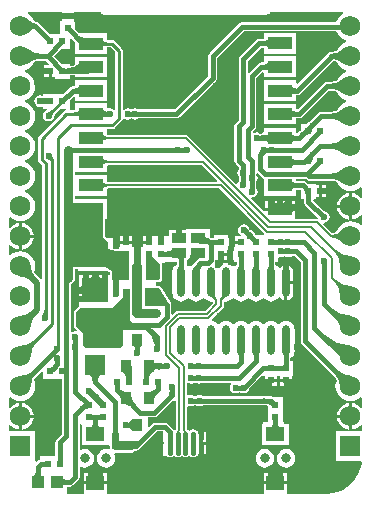
<source format=gtl>
%FSLAX25Y25*%
%MOIN*%
G70*
G01*
G75*
G04 Layer_Physical_Order=1*
G04 Layer_Color=255*
%ADD10C,0.01500*%
%ADD11C,0.02000*%
%ADD12C,0.01000*%
%ADD13C,0.00700*%
%ADD14C,0.05000*%
%ADD15R,0.03740X0.03937*%
%ADD16R,0.02000X0.02000*%
%ADD17R,0.04724X0.03347*%
%ADD18R,0.03937X0.03937*%
%ADD19R,0.02000X0.02000*%
%ADD20R,0.02165X0.05709*%
%ADD21R,0.02165X0.05709*%
%ADD22R,0.01500X0.05400*%
%ADD23O,0.02756X0.09843*%
%ADD24R,0.07874X0.03937*%
%ADD25R,0.05906X0.04500*%
%ADD26R,0.06575X0.06693*%
%ADD27R,0.08661X0.07874*%
%ADD28C,0.03000*%
%ADD29C,0.03200*%
%ADD30R,0.44900X0.10200*%
%ADD31C,0.04724*%
%ADD32O,0.05906X0.07480*%
%ADD33C,0.03150*%
%ADD34C,0.06900*%
%ADD35R,0.06900X0.06900*%
%ADD36C,0.02362*%
G36*
X38522Y-58612D02*
Y-85000D01*
X38634Y-85566D01*
X38955Y-86045D01*
X49345Y-96436D01*
X49338Y-96443D01*
X49418Y-96509D01*
X49462Y-96553D01*
X50165Y-97469D01*
X50428Y-98103D01*
X50177Y-98708D01*
X50007Y-100000D01*
X50177Y-101292D01*
X50676Y-102496D01*
X51470Y-103530D01*
X52504Y-104324D01*
X53708Y-104823D01*
X55000Y-104993D01*
X56292Y-104823D01*
X57496Y-104324D01*
X58430Y-103607D01*
X58878Y-103829D01*
Y-106967D01*
X58405Y-107127D01*
X58174Y-106826D01*
X57244Y-106113D01*
X56162Y-105665D01*
X55500Y-105577D01*
Y-110000D01*
Y-114423D01*
X56162Y-114336D01*
X57244Y-113887D01*
X58174Y-113174D01*
X58405Y-112873D01*
X58878Y-113033D01*
Y-115050D01*
X50050D01*
Y-124950D01*
X58446D01*
X58786Y-125317D01*
X58741Y-125890D01*
X58307Y-127698D01*
X57595Y-129416D01*
X56623Y-131002D01*
X55416Y-132416D01*
X54002Y-133623D01*
X52416Y-134595D01*
X50698Y-135307D01*
X48890Y-135741D01*
X47139Y-135878D01*
X33953D01*
Y-135419D01*
X33953D01*
Y-132669D01*
X26047D01*
Y-135419D01*
X26047D01*
Y-135525D01*
X25694Y-135878D01*
X-26047D01*
Y-135419D01*
X-26047D01*
Y-132669D01*
X-33953D01*
Y-135419D01*
X-33953D01*
Y-135525D01*
X-34306Y-135878D01*
X-39482D01*
Y-135445D01*
X-39482D01*
Y-133455D01*
X-38577D01*
X-38011Y-133343D01*
X-37531Y-133022D01*
X-35655Y-131145D01*
X-35334Y-130666D01*
X-35315Y-130572D01*
X-35222Y-130100D01*
Y-127083D01*
X-34806Y-126805D01*
X-34346Y-126996D01*
X-33543Y-127101D01*
X-32741Y-126996D01*
X-31993Y-126686D01*
X-31350Y-126193D01*
X-30858Y-125551D01*
X-30548Y-124803D01*
X-30442Y-124000D01*
X-30548Y-123197D01*
X-30858Y-122449D01*
X-31350Y-121807D01*
X-31993Y-121314D01*
X-32741Y-121004D01*
X-33543Y-120899D01*
X-34346Y-121004D01*
X-34806Y-121195D01*
X-35222Y-120917D01*
Y-112700D01*
X-34806D01*
X-34453Y-113054D01*
Y-119581D01*
X-25547D01*
D01*
X-25547D01*
X-25314Y-119814D01*
Y-119979D01*
X-25318Y-120000D01*
X-25314Y-120021D01*
Y-120100D01*
X-25309Y-120125D01*
X-25312Y-120151D01*
X-25282Y-120261D01*
X-25259Y-120373D01*
X-25245Y-120394D01*
X-25238Y-120419D01*
X-25232Y-120432D01*
X-25174Y-120726D01*
X-25232Y-120774D01*
X-25606Y-121024D01*
X-25654Y-121004D01*
X-26457Y-120899D01*
X-27259Y-121004D01*
X-28007Y-121314D01*
X-28650Y-121807D01*
X-29142Y-122449D01*
X-29452Y-123197D01*
X-29558Y-124000D01*
X-29452Y-124803D01*
X-29142Y-125551D01*
X-28650Y-126193D01*
X-28007Y-126686D01*
X-27259Y-126996D01*
X-26457Y-127101D01*
X-25654Y-126996D01*
X-24906Y-126686D01*
X-24264Y-126193D01*
X-23771Y-125551D01*
X-23461Y-124803D01*
X-23355Y-124000D01*
X-23461Y-123197D01*
X-23741Y-122522D01*
X-23607Y-122316D01*
X-23436Y-122107D01*
X-23400Y-122114D01*
X-17800D01*
X-17793Y-122112D01*
X-17786Y-122114D01*
X-17657Y-122085D01*
X-17527Y-122059D01*
X-17521Y-122055D01*
X-17514Y-122054D01*
X-15914Y-121354D01*
X-15902Y-121346D01*
X-15889Y-121343D01*
X-15789Y-121267D01*
X-15686Y-121195D01*
X-15678Y-121183D01*
X-15667Y-121175D01*
X-15615Y-121086D01*
X-15555Y-121045D01*
X-9588Y-115078D01*
X-7412D01*
X-7350Y-115141D01*
Y-123200D01*
X-6176D01*
X-6145Y-123245D01*
X-5666Y-123566D01*
X-5100Y-123678D01*
X-4534Y-123566D01*
X-4055Y-123245D01*
X-3626Y-123200D01*
D01*
X-3626Y-123200D01*
X-3595Y-123245D01*
X-3116Y-123566D01*
X-2550Y-123678D01*
X-1984Y-123566D01*
X-1505Y-123245D01*
X-1076Y-123200D01*
D01*
X-1076Y-123200D01*
X-1045Y-123245D01*
X-566Y-123566D01*
X0Y-123678D01*
X566Y-123566D01*
X1045Y-123245D01*
X1474Y-123200D01*
D01*
X1474Y-123200D01*
X1505Y-123245D01*
X1984Y-123566D01*
X2550Y-123678D01*
X3116Y-123566D01*
X3595Y-123245D01*
X3626Y-123200D01*
X4800D01*
Y-122700D01*
X6850D01*
Y-119500D01*
X5100D01*
Y-118500D01*
X6850D01*
Y-115300D01*
X4800D01*
Y-114800D01*
X3626D01*
X3595Y-114755D01*
X3116Y-114434D01*
X2550Y-114322D01*
X1984Y-114434D01*
X1505Y-114755D01*
X1076Y-114800D01*
X1045Y-114755D01*
X716Y-114534D01*
X471Y-114289D01*
Y-106771D01*
X912Y-106535D01*
X966Y-106572D01*
X1700Y-106718D01*
X2434Y-106572D01*
X2873Y-106278D01*
X3527D01*
X3966Y-106572D01*
X4700Y-106718D01*
X5434Y-106572D01*
X5873Y-106278D01*
X26107D01*
X27030Y-106400D01*
X27500Y-106595D01*
Y-108700D01*
Y-112081D01*
X25547D01*
Y-119581D01*
X34453D01*
Y-112081D01*
X32500D01*
Y-108700D01*
Y-103700D01*
X29564D01*
X29166Y-103434D01*
X28600Y-103322D01*
X26064D01*
X26017Y-103317D01*
Y-103322D01*
X5873D01*
X5434Y-103028D01*
X4700Y-102882D01*
X3966Y-103028D01*
X3527Y-103322D01*
X2873D01*
X2434Y-103028D01*
X1700Y-102882D01*
X966Y-103028D01*
X912Y-103065D01*
X471Y-102829D01*
Y-99071D01*
X912Y-98835D01*
X1266Y-99072D01*
X2000Y-99218D01*
X2734Y-99072D01*
X3173Y-98778D01*
X3327D01*
X3766Y-99072D01*
X4500Y-99218D01*
X5234Y-99072D01*
X5673Y-98778D01*
X15058D01*
X15293Y-99219D01*
X14928Y-99766D01*
X14782Y-100500D01*
X14928Y-101234D01*
X15344Y-101856D01*
X15966Y-102272D01*
X16700Y-102418D01*
X17434Y-102272D01*
X17873Y-101978D01*
X18227D01*
X18666Y-102272D01*
X19400Y-102418D01*
X20134Y-102272D01*
X20756Y-101856D01*
X21172Y-101234D01*
X21275Y-100716D01*
X25640Y-96351D01*
X26000Y-96500D01*
Y-96500D01*
X26000Y-96500D01*
X26500D01*
Y-97500D01*
X30500D01*
Y-96500D01*
X31500D01*
Y-97500D01*
X35500D01*
Y-96500D01*
X36000D01*
Y-91500D01*
X34978D01*
Y-90682D01*
X35553Y-90242D01*
X36014Y-89640D01*
X36304Y-88940D01*
X36403Y-88189D01*
Y-81102D01*
X36304Y-80351D01*
X36014Y-79651D01*
X35553Y-79050D01*
X34951Y-78588D01*
X34251Y-78298D01*
X33500Y-78200D01*
X32749Y-78298D01*
X32049Y-78588D01*
X31447Y-79050D01*
X31250Y-79307D01*
X30750D01*
X30553Y-79050D01*
X29951Y-78588D01*
X29251Y-78298D01*
X28500Y-78200D01*
X27749Y-78298D01*
X27049Y-78588D01*
X26447Y-79050D01*
X26250Y-79307D01*
X25750D01*
X25553Y-79050D01*
X24951Y-78588D01*
X24251Y-78298D01*
X23500Y-78200D01*
X22749Y-78298D01*
X22049Y-78588D01*
X21447Y-79050D01*
X21250Y-79307D01*
X20750D01*
X20553Y-79050D01*
X19951Y-78588D01*
X19251Y-78298D01*
X18500Y-78200D01*
X17749Y-78298D01*
X17049Y-78588D01*
X16447Y-79050D01*
X16250Y-79307D01*
X15750D01*
X15553Y-79050D01*
X14951Y-78588D01*
X14251Y-78298D01*
X13500Y-78200D01*
X12749Y-78298D01*
X12049Y-78588D01*
X11447Y-79050D01*
X11250Y-79307D01*
X10750D01*
X10553Y-79050D01*
X9951Y-78588D01*
X9251Y-78298D01*
X8896Y-78252D01*
X8736Y-77778D01*
X12457Y-74057D01*
X12457Y-74057D01*
X12689Y-73710D01*
X12771Y-73300D01*
X12771Y-73300D01*
Y-72084D01*
X13147Y-71754D01*
X13500Y-71800D01*
X14251Y-71702D01*
X14951Y-71412D01*
X15553Y-70950D01*
X15750Y-70693D01*
X16250D01*
X16447Y-70950D01*
X17049Y-71412D01*
X17749Y-71702D01*
X18500Y-71800D01*
X19251Y-71702D01*
X19951Y-71412D01*
X20553Y-70950D01*
X20750Y-70693D01*
X21250D01*
X21447Y-70950D01*
X22049Y-71412D01*
X22749Y-71702D01*
X23500Y-71800D01*
X24251Y-71702D01*
X24951Y-71412D01*
X25553Y-70950D01*
X25750Y-70693D01*
X26250D01*
X26447Y-70950D01*
X27049Y-71412D01*
X27749Y-71702D01*
X28500Y-71800D01*
X29251Y-71702D01*
X29951Y-71412D01*
X30553Y-70950D01*
X31014Y-70349D01*
X31039Y-70288D01*
X31537Y-70239D01*
X31786Y-70612D01*
X32572Y-71138D01*
X33000Y-71223D01*
Y-65354D01*
Y-59486D01*
X32572Y-59571D01*
X31786Y-60097D01*
X31537Y-60469D01*
X31039Y-60420D01*
X31014Y-60360D01*
X30553Y-59758D01*
X29978Y-59318D01*
Y-58500D01*
X31000D01*
Y-57133D01*
X31387Y-56816D01*
X31900Y-56918D01*
X32634Y-56772D01*
X33073Y-56478D01*
X33127D01*
X33566Y-56772D01*
X34300Y-56918D01*
X35034Y-56772D01*
X35473Y-56478D01*
X36388D01*
X38522Y-58612D01*
D02*
G37*
G36*
X-47500Y-95244D02*
Y-97500D01*
X-41178D01*
Y-115888D01*
X-42945Y-117655D01*
X-43266Y-118134D01*
X-43378Y-118700D01*
Y-123300D01*
X-48400D01*
Y-124361D01*
X-48766Y-124434D01*
X-49245Y-124755D01*
X-49588Y-125097D01*
X-50050Y-124906D01*
Y-115050D01*
X-58878D01*
Y-113033D01*
X-58405Y-112873D01*
X-58174Y-113174D01*
X-57244Y-113887D01*
X-56162Y-114336D01*
X-55500Y-114423D01*
Y-110000D01*
Y-105577D01*
X-56162Y-105665D01*
X-57244Y-106113D01*
X-58174Y-106826D01*
X-58405Y-107127D01*
X-58878Y-106967D01*
Y-103829D01*
X-58430Y-103607D01*
X-57496Y-104324D01*
X-56292Y-104823D01*
X-55000Y-104993D01*
X-53708Y-104823D01*
X-52504Y-104324D01*
X-51470Y-103530D01*
X-50676Y-102496D01*
X-50177Y-101292D01*
X-50007Y-100000D01*
X-50177Y-98708D01*
X-50463Y-98018D01*
X-50379Y-97742D01*
X-50067Y-97158D01*
X-47962Y-95053D01*
X-47500Y-95244D01*
D02*
G37*
G36*
X-3071Y-104771D02*
Y-114339D01*
X-3266Y-114534D01*
X-3388Y-114616D01*
X-3878Y-114518D01*
X-4055Y-114255D01*
X-5755Y-112555D01*
X-6234Y-112234D01*
X-6800Y-112122D01*
X-10200D01*
X-10766Y-112234D01*
X-11245Y-112555D01*
X-12168Y-113477D01*
X-12630Y-113286D01*
Y-110278D01*
X-10400D01*
X-9834Y-110166D01*
X-9355Y-109845D01*
X-4384Y-104875D01*
X-3866Y-104772D01*
X-3511Y-104535D01*
X-3071Y-104771D01*
D02*
G37*
G36*
X25555Y-30445D02*
X26034Y-30766D01*
X26059Y-30771D01*
Y-36506D01*
X36933D01*
Y-34516D01*
X38425D01*
X38500Y-34591D01*
Y-37500D01*
X39522D01*
Y-38500D01*
X39634Y-39066D01*
X39955Y-39545D01*
X44225Y-43816D01*
X44245Y-43914D01*
X43891Y-44267D01*
X43700Y-44229D01*
X36433D01*
Y-44037D01*
X36433D01*
Y-41569D01*
X26373D01*
X26097Y-41683D01*
X21989Y-37575D01*
X22100Y-37018D01*
X22834Y-36872D01*
X23456Y-36456D01*
X23872Y-35834D01*
X24018Y-35100D01*
X23872Y-34366D01*
X23578Y-33927D01*
Y-31773D01*
X23872Y-31334D01*
X24018Y-30600D01*
X23872Y-29866D01*
X23638Y-29516D01*
X23783Y-29038D01*
X24040Y-28931D01*
X25555Y-30445D01*
D02*
G37*
G36*
X-22200Y-115700D02*
Y-118000D01*
X-21800Y-118400D01*
X-15400D01*
X-16200Y-120700D01*
X-17800Y-121400D01*
X-23400D01*
X-24200Y-120900D01*
X-24600Y-120100D01*
Y-115700D01*
X-24100Y-115200D01*
X-22700D01*
X-22200Y-115700D01*
D02*
G37*
G36*
X-8400Y-59200D02*
Y-64000D01*
X-9000Y-64600D01*
X-13300D01*
Y-56800D01*
X-11300D01*
X-8400Y-59200D01*
D02*
G37*
G36*
X-35831Y-61532D02*
X-25863D01*
X-25444Y-61756D01*
X-25114Y-62027D01*
Y-62968D01*
X-29500D01*
Y-67905D01*
X-30000D01*
Y-68405D01*
X-35331D01*
Y-72843D01*
X-35331D01*
Y-73312D01*
X-35473Y-73341D01*
X-35705Y-73495D01*
X-37005Y-74795D01*
X-37159Y-75027D01*
X-37214Y-75300D01*
Y-80100D01*
X-37159Y-80373D01*
X-37005Y-80605D01*
X-36320Y-81290D01*
X-36555Y-81731D01*
X-36800Y-81682D01*
X-37534Y-81828D01*
X-37781Y-81993D01*
X-38222Y-81757D01*
Y-66449D01*
X-38102Y-65846D01*
X-37414Y-65386D01*
X-36928Y-64658D01*
X-36757Y-63800D01*
Y-60914D01*
X-35831D01*
Y-61532D01*
D02*
G37*
G36*
X-18600Y-79100D02*
X-18200Y-79500D01*
Y-80300D01*
X-18800Y-80900D01*
X-20800D01*
Y-86300D01*
X-21600Y-87100D01*
X-33500D01*
X-34300Y-86300D01*
Y-82300D01*
X-36500Y-80100D01*
Y-75300D01*
X-35200Y-74000D01*
X-24400D01*
X-20800Y-70400D01*
Y-67500D01*
X-18600D01*
Y-79100D01*
D02*
G37*
G36*
X-6061Y-58635D02*
X-2978D01*
Y-59318D01*
X-3553Y-59758D01*
X-4014Y-60360D01*
X-4304Y-61060D01*
X-4403Y-61811D01*
Y-68898D01*
X-4304Y-69649D01*
X-4014Y-70349D01*
X-3553Y-70950D01*
X-2951Y-71412D01*
X-2251Y-71702D01*
X-1500Y-71800D01*
X-749Y-71702D01*
X-49Y-71412D01*
X553Y-70950D01*
X750Y-70693D01*
X1250D01*
X1447Y-70950D01*
X2049Y-71412D01*
X2749Y-71702D01*
X3500Y-71800D01*
X4251Y-71702D01*
X4951Y-71412D01*
X5553Y-70950D01*
X5750Y-70693D01*
X6250D01*
X6447Y-70950D01*
X7049Y-71412D01*
X7749Y-71702D01*
X8500Y-71800D01*
X8854Y-71754D01*
X9057Y-71933D01*
X9074Y-72432D01*
X6577Y-74929D01*
X-2580D01*
X-2990Y-75011D01*
X-3337Y-75243D01*
X-4260Y-76166D01*
X-4722Y-75974D01*
Y-72800D01*
X-4834Y-72234D01*
X-5155Y-71755D01*
X-5286Y-71623D01*
X-8303Y-67009D01*
X-8354Y-66957D01*
X-8395Y-66895D01*
X-8451Y-66858D01*
X-8498Y-66811D01*
X-8565Y-66782D01*
X-8627Y-66741D01*
X-8692Y-66728D01*
X-8754Y-66701D01*
X-8828Y-66701D01*
X-8900Y-66686D01*
X-9677D01*
Y-66122D01*
Y-65314D01*
X-9000D01*
X-8727Y-65259D01*
X-8495Y-65105D01*
X-7895Y-64505D01*
X-7741Y-64273D01*
X-7686Y-64000D01*
Y-59200D01*
X-7693Y-59167D01*
X-7689Y-59133D01*
X-7720Y-59031D01*
X-7741Y-58927D01*
X-7649Y-58866D01*
X-6426Y-58500D01*
X-6061D01*
Y-58635D01*
D02*
G37*
G36*
X-27600Y-50300D02*
X-25700Y-52200D01*
Y-56000D01*
X-18700D01*
Y-64600D01*
X-24400D01*
Y-61500D01*
X-25700Y-60200D01*
X-40500D01*
Y-40700D01*
X-38800Y-39000D01*
X-27600D01*
Y-50300D01*
D02*
G37*
G36*
X-5500Y-72600D02*
X-6900Y-73100D01*
X-13400D01*
Y-67400D01*
X-8900D01*
X-5500Y-72600D01*
D02*
G37*
G36*
X-36933Y14842D02*
Y10699D01*
X-26059D01*
Y12944D01*
X-24974D01*
X-23424Y11393D01*
Y-7569D01*
X-23843Y-7849D01*
X-23865Y-7861D01*
X-24485Y-7447D01*
X-25218Y-7300D01*
X-25673Y-7391D01*
X-26059Y-7074D01*
Y-5750D01*
X-36933D01*
Y-7910D01*
X-37010Y-7977D01*
X-37010Y-7977D01*
X-37012Y-7995D01*
X-38500D01*
Y-7500D01*
X-38500D01*
Y-4591D01*
X-37395Y-3486D01*
X-36933Y-3677D01*
Y-4931D01*
X-26059D01*
Y2006D01*
X-36933D01*
Y16D01*
X-37463D01*
X-38028Y-97D01*
X-38508Y-417D01*
X-40591Y-2500D01*
X-47500D01*
Y-2830D01*
X-47584Y-2956D01*
X-47886Y-3204D01*
X-48500Y-3082D01*
X-49234Y-3228D01*
X-49856Y-3644D01*
X-50272Y-4266D01*
X-50418Y-5000D01*
X-50272Y-5734D01*
X-49856Y-6356D01*
X-49234Y-6772D01*
X-48500Y-6918D01*
X-47886Y-6796D01*
X-47584Y-7044D01*
X-47500Y-7170D01*
Y-7500D01*
X-46230D01*
X-46181Y-7998D01*
X-46334Y-8028D01*
X-46956Y-8444D01*
X-47372Y-9066D01*
X-47518Y-9800D01*
X-47372Y-10534D01*
X-46956Y-11156D01*
X-46334Y-11572D01*
X-45600Y-11718D01*
X-44866Y-11572D01*
X-44244Y-11156D01*
X-43828Y-10534D01*
X-43682Y-9800D01*
X-43683Y-9796D01*
X-43625Y-9505D01*
X-43458Y-9256D01*
X-43466Y-9247D01*
X-41719Y-7500D01*
X-39781D01*
X-39732Y-7998D01*
X-40187Y-8088D01*
X-40584Y-8353D01*
X-48846Y-16616D01*
X-49112Y-17013D01*
X-49205Y-17481D01*
Y-24386D01*
X-49112Y-24855D01*
X-48846Y-25251D01*
X-47723Y-26374D01*
Y-64238D01*
X-48202Y-64383D01*
X-48274Y-64274D01*
X-48274Y-64274D01*
X-49592Y-62957D01*
X-49592Y-62957D01*
X-49589Y-62954D01*
X-49617Y-62931D01*
X-49695Y-62853D01*
X-50273Y-62100D01*
X-50393Y-61812D01*
X-50177Y-61292D01*
X-50007Y-60000D01*
X-50177Y-58708D01*
X-50676Y-57504D01*
X-51470Y-56470D01*
X-52504Y-55676D01*
X-53708Y-55177D01*
X-55000Y-55007D01*
X-56292Y-55177D01*
X-57496Y-55676D01*
X-58430Y-56393D01*
X-58878Y-56172D01*
Y-53033D01*
X-58405Y-52873D01*
X-58174Y-53174D01*
X-57244Y-53887D01*
X-56162Y-54335D01*
X-55500Y-54423D01*
Y-50000D01*
Y-45577D01*
X-56162Y-45665D01*
X-57244Y-46113D01*
X-58174Y-46826D01*
X-58405Y-47128D01*
X-58878Y-46967D01*
Y-43828D01*
X-58430Y-43607D01*
X-57496Y-44324D01*
X-56292Y-44823D01*
X-55000Y-44993D01*
X-53708Y-44823D01*
X-52504Y-44324D01*
X-51470Y-43530D01*
X-50676Y-42496D01*
X-50177Y-41292D01*
X-50007Y-40000D01*
X-50177Y-38708D01*
X-50676Y-37504D01*
X-51470Y-36470D01*
X-52504Y-35676D01*
X-53532Y-35250D01*
Y-34750D01*
X-52504Y-34324D01*
X-51470Y-33530D01*
X-50676Y-32496D01*
X-50177Y-31292D01*
X-50007Y-30000D01*
X-50177Y-28708D01*
X-50676Y-27504D01*
X-51470Y-26470D01*
X-52504Y-25676D01*
X-53532Y-25250D01*
Y-24750D01*
X-52504Y-24324D01*
X-51470Y-23530D01*
X-50676Y-22496D01*
X-50177Y-21292D01*
X-50007Y-20000D01*
X-50177Y-18708D01*
X-50676Y-17504D01*
X-51470Y-16470D01*
X-52504Y-15676D01*
X-53532Y-15250D01*
Y-14750D01*
X-52504Y-14324D01*
X-51470Y-13530D01*
X-50676Y-12496D01*
X-50177Y-11292D01*
X-50007Y-10000D01*
X-50177Y-8708D01*
X-50676Y-7504D01*
X-51470Y-6470D01*
X-52504Y-5676D01*
X-53532Y-5250D01*
Y-4750D01*
X-52504Y-4324D01*
X-51470Y-3530D01*
X-50676Y-2496D01*
X-50177Y-1292D01*
X-50007Y0D01*
X-50177Y1292D01*
X-50676Y2496D01*
X-51470Y3530D01*
X-52504Y4324D01*
X-53532Y4750D01*
Y5250D01*
X-52504Y5676D01*
X-51470Y6470D01*
X-50676Y7504D01*
X-50426Y8108D01*
X-49792Y8371D01*
X-48647Y8522D01*
X-48585D01*
X-48482Y8511D01*
Y8522D01*
X-46562D01*
X-45502Y7462D01*
X-45693Y7000D01*
X-47000D01*
Y5500D01*
X-45000D01*
Y5000D01*
X-44500D01*
Y3000D01*
X-43500D01*
Y2500D01*
X-38500D01*
Y3672D01*
X-36933D01*
Y2943D01*
X-26059D01*
Y9880D01*
X-36933D01*
Y7220D01*
X-37951Y6798D01*
X-38124Y6775D01*
X-38500Y7105D01*
Y7500D01*
X-41359D01*
X-43859Y10000D01*
X-41359Y12500D01*
X-38500D01*
Y15756D01*
X-38038Y15947D01*
X-36933Y14842D01*
D02*
G37*
G36*
X10651Y-31466D02*
X10460Y-31927D01*
X-25598D01*
X-25620Y-31905D01*
Y-31905D01*
Y-31905D01*
X-25620Y-31905D01*
Y-31905D01*
X-25622Y-31905D01*
Y-31905D01*
X-25683Y-31914D01*
X-26059Y-31584D01*
Y-29530D01*
X-36757D01*
Y-28632D01*
X-26059D01*
Y-26578D01*
X-25683Y-26248D01*
X-25620Y-26256D01*
Y-26234D01*
X5420D01*
X10651Y-31466D01*
D02*
G37*
G36*
X26224Y-49038D02*
X26033Y-49500D01*
X23258D01*
X23172Y-49066D01*
X22756Y-48444D01*
X22134Y-48028D01*
X21658Y-47933D01*
X21487Y-47819D01*
X21287Y-47519D01*
X21263Y-47401D01*
X21263D01*
X21212Y-47369D01*
X21172Y-47166D01*
X20756Y-46544D01*
X20134Y-46128D01*
X19400Y-45982D01*
X18666Y-46128D01*
X18044Y-46544D01*
X17628Y-47166D01*
X17482Y-47900D01*
X17628Y-48634D01*
X18044Y-49256D01*
X18441Y-49521D01*
X18296Y-50000D01*
X16500D01*
Y-51500D01*
X18500D01*
Y-52500D01*
X16500D01*
Y-53500D01*
X16000D01*
Y-58500D01*
X17022D01*
Y-59318D01*
X16447Y-59758D01*
X16250Y-60016D01*
X15750D01*
X15553Y-59758D01*
X14951Y-59297D01*
X14251Y-59007D01*
X13500Y-58908D01*
X12749Y-59007D01*
X12049Y-59297D01*
X11447Y-59758D01*
X11250Y-60016D01*
X10750D01*
X10553Y-59758D01*
X9951Y-59297D01*
X9866Y-59262D01*
X9721Y-58783D01*
X9866Y-58566D01*
X9978Y-58000D01*
X10000D01*
Y-58000D01*
X11500D01*
Y-56000D01*
X12000D01*
Y-55500D01*
X14000D01*
Y-54500D01*
X14500D01*
Y-49500D01*
X9500D01*
Y-50522D01*
X8612D01*
X8545Y-50455D01*
X8066Y-50134D01*
X8061Y-50133D01*
Y-47565D01*
X337D01*
Y-48065D01*
X-1699D01*
Y-50738D01*
X-2699D01*
Y-48065D01*
X-5561D01*
Y-50000D01*
X-6000D01*
Y-50000D01*
X-7500D01*
Y-52000D01*
X-8500D01*
Y-50000D01*
X-10000D01*
Y-50000D01*
X-10188Y-50000D01*
X-10260D01*
Y-50000D01*
X-10260D01*
X-10260D01*
X-11760D01*
Y-52000D01*
X-12260D01*
Y-52500D01*
X-14260D01*
Y-53500D01*
X-14760D01*
Y-57413D01*
X-14842D01*
Y-66122D01*
Y-66378D01*
X-15500D01*
Y-70232D01*
X-16500D01*
Y-66378D01*
X-17157D01*
Y-66122D01*
X-17157D01*
Y-57413D01*
X-17240D01*
Y-53500D01*
X-17740D01*
Y-52500D01*
X-21740D01*
Y-53500D01*
X-22240D01*
Y-54256D01*
X-22288D01*
Y-54256D01*
X-22397Y-54267D01*
X-22946D01*
X-24054Y-54121D01*
X-24169Y-54073D01*
Y-50657D01*
X-26233D01*
X-26886Y-50004D01*
Y-44380D01*
X-26059D01*
Y-37443D01*
X-36757D01*
Y-36467D01*
X-26059D01*
Y-34412D01*
X-25683Y-34082D01*
X-25620Y-34091D01*
Y-34069D01*
X11255D01*
X26224Y-49038D01*
D02*
G37*
G36*
X40205Y-31045D02*
X40685Y-31366D01*
X41251Y-31478D01*
X48482D01*
Y-31489D01*
X48585Y-31478D01*
X48647D01*
X49792Y-31629D01*
X50426Y-31892D01*
X50676Y-32496D01*
X51470Y-33530D01*
X52504Y-34324D01*
X53708Y-34823D01*
X55000Y-34993D01*
X56292Y-34823D01*
X57496Y-34324D01*
X58430Y-33607D01*
X58878Y-33828D01*
Y-36967D01*
X58405Y-37128D01*
X58174Y-36826D01*
X57244Y-36113D01*
X56162Y-35664D01*
X55500Y-35577D01*
Y-40000D01*
Y-44423D01*
X56162Y-44335D01*
X57244Y-43887D01*
X58174Y-43174D01*
X58405Y-42873D01*
X58878Y-43033D01*
Y-46172D01*
X58430Y-46393D01*
X57496Y-45676D01*
X56292Y-45177D01*
X55000Y-45007D01*
X53708Y-45177D01*
X52504Y-45676D01*
X51470Y-46470D01*
X50676Y-47504D01*
X50269Y-48486D01*
X49542Y-48787D01*
X48799Y-48885D01*
X45989Y-46075D01*
X46100Y-45518D01*
X46834Y-45372D01*
X47456Y-44956D01*
X47872Y-44334D01*
X48018Y-43600D01*
X47872Y-42866D01*
X47456Y-42244D01*
X46834Y-41828D01*
X46316Y-41725D01*
X42553Y-37962D01*
X42744Y-37500D01*
X43500D01*
Y-37000D01*
X44500D01*
Y-35000D01*
Y-33000D01*
X43500D01*
Y-32500D01*
X40591D01*
X40083Y-31992D01*
X39603Y-31672D01*
X39037Y-31559D01*
X36933D01*
Y-30878D01*
X40038D01*
X40205Y-31045D01*
D02*
G37*
G36*
X50676Y17504D02*
X51470Y16470D01*
X52504Y15676D01*
X53532Y15250D01*
Y14750D01*
X52504Y14324D01*
X51470Y13530D01*
X50676Y12496D01*
X50402Y11834D01*
X49875Y11616D01*
X48831Y11478D01*
X48778D01*
X48700Y11486D01*
Y11478D01*
X48700D01*
X48228Y11384D01*
X48134Y11366D01*
X47655Y11045D01*
X37395Y786D01*
X36933Y977D01*
Y2006D01*
X26059D01*
Y-4931D01*
X36933D01*
Y-2941D01*
X37237D01*
X37803Y-2829D01*
X38283Y-2508D01*
X49256Y8466D01*
X49875Y8384D01*
X50402Y8166D01*
X50676Y7504D01*
X51470Y6470D01*
X52504Y5676D01*
X53532Y5250D01*
Y4750D01*
X52504Y4324D01*
X51470Y3530D01*
X50676Y2496D01*
X50426Y1892D01*
X49792Y1629D01*
X48647Y1478D01*
X48585D01*
X48482Y1489D01*
Y1478D01*
X47200D01*
X46634Y1366D01*
X46155Y1045D01*
X37395Y-7714D01*
X36933Y-7523D01*
Y-5789D01*
X26059D01*
Y-12726D01*
X36933D01*
Y-10736D01*
X37942D01*
X38508Y-10624D01*
X38987Y-10303D01*
X47812Y-1478D01*
X48482D01*
Y-1489D01*
X48585Y-1478D01*
X48647D01*
X49792Y-1629D01*
X50426Y-1892D01*
X50676Y-2496D01*
X51470Y-3530D01*
X52504Y-4324D01*
X53532Y-4750D01*
Y-5250D01*
X52504Y-5676D01*
X51470Y-6470D01*
X50676Y-7504D01*
X50426Y-8108D01*
X49792Y-8371D01*
X48647Y-8522D01*
X48585D01*
X48482Y-8511D01*
Y-8522D01*
X45100D01*
X44534Y-8634D01*
X44055Y-8955D01*
X41018Y-11991D01*
X41018Y-11991D01*
X41012Y-11986D01*
X40975Y-12035D01*
X40509Y-12500D01*
X38500D01*
Y-14509D01*
X38035Y-14974D01*
X37986Y-15012D01*
X37991Y-15018D01*
X37991Y-15018D01*
X37395Y-15614D01*
X36933Y-15423D01*
Y-13900D01*
X26059D01*
Y-15410D01*
X25466Y-15528D01*
X25027Y-15822D01*
X24873D01*
X24434Y-15528D01*
X23700Y-15382D01*
X22966Y-15528D01*
X22819Y-15626D01*
X22633Y-15526D01*
X22559Y-15032D01*
X23145Y-14445D01*
X23466Y-13966D01*
X23578Y-13400D01*
Y2688D01*
X25597Y4706D01*
X26059Y4515D01*
Y3022D01*
X36933D01*
Y9959D01*
X26059D01*
Y7969D01*
X25290D01*
X24724Y7856D01*
X24245Y7536D01*
X21140Y4431D01*
X20678Y4623D01*
Y8388D01*
X25098Y12807D01*
X26059D01*
Y10817D01*
X36933D01*
Y17754D01*
X26059D01*
Y15764D01*
X24485D01*
X23920Y15651D01*
X23440Y15331D01*
X18155Y10045D01*
X17834Y9566D01*
X17722Y9000D01*
Y-11288D01*
X16755Y-12255D01*
X16434Y-12734D01*
X16322Y-13300D01*
Y-24800D01*
X16434Y-25366D01*
X16755Y-25845D01*
X17722Y-26812D01*
Y-27727D01*
X17428Y-28166D01*
X17282Y-28900D01*
X17428Y-29634D01*
X17792Y-30179D01*
X17790Y-30182D01*
X17790D01*
X17822Y-30258D01*
Y-31627D01*
X17528Y-32066D01*
X17458Y-32420D01*
X16979Y-32565D01*
X907Y-16493D01*
X560Y-16261D01*
X150Y-16179D01*
X-25598D01*
X-25620Y-16157D01*
Y-16157D01*
Y-16157D01*
X-25620Y-16157D01*
Y-16157D01*
X-25622Y-16158D01*
Y-16158D01*
X-25683Y-16165D01*
X-26059Y-15836D01*
Y-14223D01*
X-24400D01*
X-23932Y-14130D01*
X-23535Y-13865D01*
X-21335Y-11665D01*
X-21070Y-11268D01*
X-20984Y-10837D01*
X-20894Y-10800D01*
X-20291Y-10800D01*
X-20034Y-10972D01*
X-19300Y-11118D01*
X-18566Y-10972D01*
X-18154Y-10697D01*
X-17946D01*
X-17534Y-10972D01*
X-16800Y-11118D01*
X-16066Y-10972D01*
X-15654Y-10697D01*
X-3018D01*
X-2453Y-10584D01*
X-1973Y-10264D01*
X10145Y1855D01*
X10466Y2334D01*
X10578Y2900D01*
Y9488D01*
X19481Y18391D01*
X50309D01*
X50676Y17504D01*
D02*
G37*
G36*
X52711Y24410D02*
X52504Y24324D01*
X51470Y23530D01*
X50676Y22496D01*
X50200Y21347D01*
X18869D01*
X18303Y21235D01*
X17823Y20914D01*
X8055Y11145D01*
X7734Y10666D01*
X7622Y10100D01*
Y3512D01*
X-3631Y-7740D01*
X-15599D01*
X-16066Y-7428D01*
X-16800Y-7282D01*
X-17534Y-7428D01*
X-18001Y-7740D01*
X-18099D01*
X-18566Y-7428D01*
X-19300Y-7282D01*
X-20034Y-7428D01*
X-20536Y-7763D01*
X-20977Y-7527D01*
Y11900D01*
X-21070Y12368D01*
X-21335Y12765D01*
X-23602Y15033D01*
X-23999Y15298D01*
X-24467Y15391D01*
X-26059D01*
Y17636D01*
X-35545D01*
X-36800Y18891D01*
Y21800D01*
X-37300D01*
Y22800D01*
X-41300D01*
Y21800D01*
X-41800D01*
Y17500D01*
X-45409D01*
X-48955Y21045D01*
X-49434Y21366D01*
X-50000Y21478D01*
X-50000D01*
Y21491D01*
X-50078Y21481D01*
X-50271Y21519D01*
X-50676Y22496D01*
X-51470Y23530D01*
X-52504Y24324D01*
X-52711Y24410D01*
X-52613Y24900D01*
X-41300D01*
Y23800D01*
X-37300D01*
Y24900D01*
X-28102D01*
X-28036Y24571D01*
X-27793Y24207D01*
X-27429Y23964D01*
X-27000Y23878D01*
X27000D01*
X27429Y23964D01*
X27793Y24207D01*
X28036Y24571D01*
X28102Y24900D01*
X52613D01*
X52711Y24410D01*
D02*
G37*
%LPC*%
G36*
X28000Y-98500D02*
X26500D01*
Y-100000D01*
X28000D01*
Y-98500D01*
D02*
G37*
G36*
X-30500Y-128919D02*
X-33953D01*
Y-131669D01*
X-30500D01*
Y-128919D01*
D02*
G37*
G36*
X33000Y-98500D02*
X31500D01*
Y-100000D01*
X33000D01*
Y-98500D01*
D02*
G37*
G36*
X30500D02*
X29000D01*
Y-100000D01*
X30500D01*
Y-98500D01*
D02*
G37*
G36*
X33953Y-128919D02*
X30500D01*
Y-131669D01*
X33953D01*
Y-128919D01*
D02*
G37*
G36*
X-50577Y-110500D02*
X-54500D01*
Y-114423D01*
X-53838Y-114336D01*
X-52756Y-113887D01*
X-51826Y-113174D01*
X-51113Y-112244D01*
X-50665Y-111162D01*
X-50577Y-110500D01*
D02*
G37*
G36*
X33543Y-120899D02*
X32741Y-121004D01*
X31993Y-121314D01*
X31350Y-121807D01*
X30858Y-122449D01*
X30548Y-123197D01*
X30442Y-124000D01*
X30548Y-124803D01*
X30858Y-125551D01*
X31350Y-126193D01*
X31993Y-126686D01*
X32741Y-126996D01*
X33543Y-127101D01*
X34346Y-126996D01*
X35094Y-126686D01*
X35736Y-126193D01*
X36229Y-125551D01*
X36539Y-124803D01*
X36645Y-124000D01*
X36539Y-123197D01*
X36229Y-122449D01*
X35736Y-121807D01*
X35094Y-121314D01*
X34346Y-121004D01*
X33543Y-120899D01*
D02*
G37*
G36*
X26457D02*
X25654Y-121004D01*
X24906Y-121314D01*
X24264Y-121807D01*
X23771Y-122449D01*
X23461Y-123197D01*
X23355Y-124000D01*
X23461Y-124803D01*
X23771Y-125551D01*
X24264Y-126193D01*
X24906Y-126686D01*
X25654Y-126996D01*
X26457Y-127101D01*
X27259Y-126996D01*
X28007Y-126686D01*
X28650Y-126193D01*
X29142Y-125551D01*
X29452Y-124803D01*
X29558Y-124000D01*
X29452Y-123197D01*
X29142Y-122449D01*
X28650Y-121807D01*
X28007Y-121314D01*
X27259Y-121004D01*
X26457Y-120899D01*
D02*
G37*
G36*
X54500Y-110500D02*
X50577D01*
X50665Y-111162D01*
X51113Y-112244D01*
X51826Y-113174D01*
X52756Y-113887D01*
X53838Y-114336D01*
X54500Y-114423D01*
Y-110500D01*
D02*
G37*
G36*
X29500Y-128919D02*
X26047D01*
Y-131669D01*
X29500D01*
Y-128919D01*
D02*
G37*
G36*
X-26047D02*
X-29500D01*
Y-131669D01*
X-26047D01*
Y-128919D01*
D02*
G37*
G36*
X-54500Y-105577D02*
Y-109500D01*
X-50577D01*
X-50665Y-108838D01*
X-51113Y-107756D01*
X-51826Y-106826D01*
X-52756Y-106113D01*
X-53838Y-105665D01*
X-54500Y-105577D01*
D02*
G37*
G36*
X54500D02*
X53838Y-105665D01*
X52756Y-106113D01*
X51826Y-106826D01*
X51113Y-107756D01*
X50665Y-108838D01*
X50577Y-109500D01*
X54500D01*
Y-105577D01*
D02*
G37*
G36*
X35500Y-98500D02*
X34000D01*
Y-100000D01*
X35500D01*
Y-98500D01*
D02*
G37*
G36*
X30996Y-38100D02*
X26559D01*
Y-40569D01*
X30996D01*
Y-38100D01*
D02*
G37*
G36*
X36433D02*
X31996D01*
Y-40569D01*
X36433D01*
Y-38100D01*
D02*
G37*
G36*
X-54500Y-45577D02*
Y-49500D01*
X-50577D01*
X-50665Y-48838D01*
X-51113Y-47756D01*
X-51826Y-46826D01*
X-52756Y-46113D01*
X-53838Y-45665D01*
X-54500Y-45577D01*
D02*
G37*
G36*
X54500Y-40500D02*
X50577D01*
X50665Y-41162D01*
X51113Y-42244D01*
X51826Y-43174D01*
X52756Y-43887D01*
X53838Y-44335D01*
X54500Y-44423D01*
Y-40500D01*
D02*
G37*
G36*
X47000Y-33000D02*
X45500D01*
Y-34500D01*
X47000D01*
Y-33000D01*
D02*
G37*
G36*
X-45500Y4500D02*
X-47000D01*
Y3000D01*
X-45500D01*
Y4500D01*
D02*
G37*
G36*
X54500Y-35577D02*
X53838Y-35664D01*
X52756Y-36113D01*
X51826Y-36826D01*
X51113Y-37756D01*
X50665Y-38838D01*
X50577Y-39500D01*
X54500D01*
Y-35577D01*
D02*
G37*
G36*
X47000Y-35500D02*
X45500D01*
Y-37000D01*
X47000D01*
Y-35500D01*
D02*
G37*
G36*
X34000Y-59486D02*
Y-64854D01*
X35925D01*
Y-61811D01*
X35740Y-60883D01*
X35214Y-60097D01*
X34428Y-59571D01*
X34000Y-59486D01*
D02*
G37*
G36*
X14000Y-56500D02*
X12500D01*
Y-58000D01*
X14000D01*
Y-56500D01*
D02*
G37*
G36*
X35925Y-65854D02*
X34000D01*
Y-71223D01*
X34428Y-71138D01*
X35214Y-70612D01*
X35740Y-69826D01*
X35925Y-68898D01*
Y-65854D01*
D02*
G37*
G36*
X-30500Y-62968D02*
X-35331D01*
Y-67405D01*
X-30500D01*
Y-62968D01*
D02*
G37*
G36*
X-17740Y-50000D02*
X-19240D01*
Y-51500D01*
X-17740D01*
Y-50000D01*
D02*
G37*
G36*
X-12760D02*
X-14260D01*
Y-51500D01*
X-12760D01*
Y-50000D01*
D02*
G37*
G36*
X-50577Y-50500D02*
X-54500D01*
Y-54423D01*
X-53838Y-54335D01*
X-52756Y-53887D01*
X-51826Y-53174D01*
X-51113Y-52244D01*
X-50665Y-51162D01*
X-50577Y-50500D01*
D02*
G37*
G36*
X-20240Y-50000D02*
X-21740D01*
Y-51500D01*
X-20240D01*
Y-50000D01*
D02*
G37*
%LPD*%
D10*
X-36700Y-84882D02*
G03*
X-37105Y-83905I-1382J0D01*
G01*
X19826Y-47836D02*
G03*
X20693Y-49109I1754J263D01*
G01*
X19816Y-47788D02*
G03*
X20938Y-49250I2325J623D01*
G01*
X19300Y-30182D02*
G03*
X18895Y-29205I-1382J0D01*
G01*
X20493Y-48993D02*
G03*
X21400Y-49369I907J907D01*
G01*
X21831Y-49800D02*
G03*
X22207Y-50707I1282J0D01*
G01*
X25323Y-22377D02*
G03*
X25769Y-21300I-1077J1077D01*
G01*
X26416Y-16927D02*
G03*
X27574Y-17079I764J1322D01*
G01*
X-10319Y-93125D02*
G03*
X-8816Y-92927I513J1914D01*
G01*
Y-93673D02*
G03*
X-10173Y-93495I-895J-1550D01*
G01*
X-38695Y-64105D02*
G03*
X-39700Y-66531I2426J-2426D01*
G01*
X-10031Y-84900D02*
G03*
X-11326Y-81774I-4421J0D01*
G01*
X-53091Y11909D02*
G03*
X-48482Y10000I4609J4609D01*
G01*
D02*
G03*
X-53091Y8091I0J-6518D01*
G01*
X-52742Y21481D02*
G03*
X-50000Y20000I2742J1798D01*
G01*
D02*
G03*
X-52742Y18519I0J-3279D01*
G01*
X52300Y-80000D02*
G03*
X51451Y-77952I-2897J0D01*
G01*
X50391Y-76891D02*
G03*
X55000Y-78800I4609J4609D01*
G01*
X47830Y-74330D02*
G03*
X55000Y-77300I7170J7170D01*
G01*
X51244Y-88744D02*
G03*
X55000Y-90300I3756J3756D01*
G01*
X48684Y-86184D02*
G03*
X55000Y-88800I6316J6316D01*
G01*
X46123Y-83623D02*
G03*
X55000Y-87300I8877J8877D01*
G01*
X52300Y-100000D02*
G03*
X50391Y-95391I-6518J0D01*
G01*
D02*
G03*
X55000Y-97300I4609J4609D01*
G01*
X53091Y-31909D02*
G03*
X48482Y-30000I-4609J-4609D01*
G01*
D02*
G03*
X53091Y-28091I0J6518D01*
G01*
X53045Y8138D02*
G03*
X48700Y10000I-4344J-4137D01*
G01*
D02*
G03*
X53045Y11862I0J5999D01*
G01*
X53091Y-1909D02*
G03*
X48482Y0I-4609J-4609D01*
G01*
D02*
G03*
X53091Y1909I0J6518D01*
G01*
Y-11909D02*
G03*
X48482Y-10000I-4609J-4609D01*
G01*
D02*
G03*
X53091Y-8091I0J6518D01*
G01*
Y-21909D02*
G03*
X48482Y-20000I-4609J-4609D01*
G01*
D02*
G03*
X53091Y-18091I0J6518D01*
G01*
X-30427Y-77950D02*
G03*
X-25236Y-80100I5191J5191D01*
G01*
X-29366Y-76889D02*
G03*
X-21615Y-80100I7751J7751D01*
G01*
X-28306Y-75829D02*
G03*
X-17994Y-80100I10312J10312D01*
G01*
X-26029Y-75100D02*
G03*
X-30460Y-77214I0J-5700D01*
G01*
X-22885Y-75100D02*
G03*
X-29294Y-78158I0J-8246D01*
G01*
X-19741Y-75100D02*
G03*
X-28128Y-79101I0J-10791D01*
G01*
X-28452Y-95025D02*
G03*
X-30100Y-98600I3054J-3575D01*
G01*
D02*
G03*
X-31748Y-95025I-4702J0D01*
G01*
X41000Y-15250D02*
G03*
X39037Y-16063I0J-2776D01*
G01*
X42063Y-13037D02*
G03*
X41250Y-15000I1963J-1963D01*
G01*
X41722Y-23980D02*
G03*
X40736Y-24063I-443J-626D01*
G01*
X40856Y-25204D02*
G03*
X39479Y-25321I-619J-874D01*
G01*
X42275Y-22525D02*
G03*
X41250Y-25000I2475J-2475D01*
G01*
X39622Y-25321D02*
G03*
X40823Y-24823I0J1699D01*
G01*
X39622Y-25321D02*
G03*
X40823Y-24823I0J1699D01*
G01*
X29823Y-106377D02*
G03*
X26017Y-104800I-3807J-3807D01*
G01*
X-31061Y-114770D02*
G03*
X-30000Y-112209I-2561J2561D01*
G01*
D02*
G03*
X-28939Y-114770I3621J0D01*
G01*
X28939D02*
G03*
X30000Y-112209I-2561J2561D01*
G01*
D02*
G03*
X31061Y-114770I3621J0D01*
G01*
X-28666Y-8357D02*
G03*
X-26586Y-9218I2080J2080D01*
G01*
D02*
G03*
X-28666Y-10080I0J-2942D01*
G01*
X-34326Y-2324D02*
G03*
X-36406Y-1463I-2080J-2080D01*
G01*
D02*
G03*
X-34326Y-601I0J2942D01*
G01*
X-35830Y5150D02*
G03*
X-33266Y6212I0J3627D01*
G01*
X-39452Y5150D02*
G03*
X-34326Y7273I0J7248D01*
G01*
X28666Y13424D02*
G03*
X26586Y14285I-2080J-2080D01*
G01*
D02*
G03*
X28666Y15147I0J2942D01*
G01*
Y5629D02*
G03*
X26586Y6490I-2080J-2080D01*
G01*
D02*
G03*
X28666Y7352I0J2942D01*
G01*
X34326Y-601D02*
G03*
X36406Y-1463I2080J2080D01*
G01*
D02*
G03*
X34326Y-2324I0J-2942D01*
G01*
Y-8396D02*
G03*
X36406Y-9258I2080J2080D01*
G01*
D02*
G03*
X34326Y-10120I0J-2942D01*
G01*
X28666Y-18230D02*
G03*
X26421Y-17300I-2245J-2245D01*
G01*
X26750D02*
G03*
X28666Y-16507I0J2709D01*
G01*
X34326D02*
G03*
X36242Y-17300I1916J1916D01*
G01*
X36571D02*
G03*
X34326Y-18230I0J-3174D01*
G01*
Y-24459D02*
G03*
X36406Y-25321I2080J2080D01*
G01*
D02*
G03*
X34326Y-26182I0J-2942D01*
G01*
Y-32176D02*
G03*
X36406Y-33037I2080J2080D01*
G01*
D02*
G03*
X34326Y-33899I0J-2942D01*
G01*
X28056Y-61367D02*
G03*
X28500Y-60295I-1072J1072D01*
G01*
D02*
G03*
X28944Y-61367I1516J0D01*
G01*
X23056D02*
G03*
X23500Y-60295I-1072J1072D01*
G01*
D02*
G03*
X23944Y-61367I1516J0D01*
G01*
X18056D02*
G03*
X18500Y-60295I-1072J1072D01*
G01*
D02*
G03*
X18944Y-61367I1516J0D01*
G01*
X5017Y-58983D02*
G03*
X4121Y-61716I2252J-2252D01*
G01*
X-1944Y-61367D02*
G03*
X-1500Y-60295I-1072J1072D01*
G01*
D02*
G03*
X-1056Y-61367I1516J0D01*
G01*
X33944Y-88633D02*
G03*
X33500Y-89705I1072J-1072D01*
G01*
D02*
G03*
X33056Y-88633I-1516J0D01*
G01*
X23944D02*
G03*
X23500Y-89705I1072J-1072D01*
G01*
D02*
G03*
X23056Y-88633I-1516J0D01*
G01*
X18944D02*
G03*
X18500Y-89705I1072J-1072D01*
G01*
D02*
G03*
X18056Y-88633I-1516J0D01*
G01*
X-20177Y-75423D02*
G03*
X-19740Y-74369I-1054J1054D01*
G01*
X-20177Y-75777D02*
G03*
X-21811Y-75100I-1634J-1634D01*
G01*
X-32300Y-106450D02*
G03*
X-34605Y-107405I0J-3259D01*
G01*
X-50111Y-131115D02*
G03*
X-49250Y-129035I-2080J2080D01*
G01*
D02*
G03*
X-48388Y-131115I2942J0D01*
G01*
X-42089D02*
G03*
X-40009Y-131977I2080J2080D01*
G01*
D02*
G03*
X-42089Y-132838I0J-2942D01*
G01*
X-6415Y-56000D02*
G03*
X-3541Y-54809I0J4065D01*
G01*
X-857Y-56115D02*
G03*
X-1500Y-57667I1552J-1552D01*
G01*
Y-57715D02*
G03*
X-2163Y-56115I-2262J0D01*
G01*
X5729Y-50357D02*
G03*
X7500Y-51500I1771J801D01*
G01*
X-12260Y-102852D02*
G03*
X-10180Y-101991I0J2942D01*
G01*
X-10417Y-102228D02*
G03*
X-11140Y-103972I1744J-1744D01*
G01*
X-18620Y-104169D02*
G03*
X-17898Y-105913I2466J0D01*
G01*
X-17660Y-106151D02*
G03*
X-19740Y-105289I-2080J-2080D01*
G01*
X-20860Y-103972D02*
G03*
X-21583Y-102228I-2466J0D01*
G01*
X-21820Y-101991D02*
G03*
X-19740Y-102852I2080J2080D01*
G01*
X-15208Y-85361D02*
G03*
X-16000Y-87273I1912J-1912D01*
G01*
D02*
G03*
X-16792Y-85361I-2704J0D01*
G01*
X-11468Y-92537D02*
G03*
X-9556Y-93329I1912J1912D01*
G01*
D02*
G03*
X-11468Y-94121I0J-2704D01*
G01*
Y-94220D02*
G03*
X-13200Y-98401I4182J-4182D01*
G01*
X-18700Y-95021D02*
G03*
X-19471Y-93159I-2634J0D01*
G01*
X-18700Y-98643D02*
G03*
X-20532Y-94220I-6255J0D01*
G01*
X-39700Y-64500D02*
X-39000Y-63800D01*
X-41900Y-118700D02*
X-39700Y-116500D01*
X16700Y-100500D02*
X19400D01*
X-9600Y-87500D02*
Y-83500D01*
X-13000Y-80100D02*
X-9600Y-83500D01*
X-26700Y-80100D02*
X-13000D01*
X-16000Y-88900D02*
Y-84471D01*
X28600Y-104800D02*
X30000Y-106200D01*
X1700Y-104800D02*
X28600D01*
X30000Y-115831D02*
Y-110200D01*
X5100Y-123500D02*
Y-119000D01*
X-23432Y-119968D02*
Y-105268D01*
X-48200Y-125800D02*
X-45900D01*
X-49250Y-126850D02*
X-48200Y-125800D01*
X-49250Y-131977D02*
Y-126850D01*
X-41900Y-125800D02*
Y-118700D01*
X-36700Y-130100D02*
Y-109500D01*
X-38577Y-131977D02*
X-36700Y-130100D01*
X-42950Y-131977D02*
X-38577D01*
X-33400Y-106200D02*
X-32300D01*
X-36700Y-109500D02*
X-33400Y-106200D01*
X-36700Y-101800D02*
Y-83600D01*
X-19800Y-112929D02*
X-16000D01*
X-32300Y-110200D02*
X-27400D01*
X-30000Y-115831D02*
Y-110350D01*
X-36700Y-101800D02*
X-32300Y-106200D01*
X-5100Y-122200D02*
Y-119000D01*
X-30100Y-98600D02*
X-23432Y-105268D01*
X-30100Y-98600D02*
Y-93036D01*
X-8768Y-70232D02*
X-6200Y-72800D01*
X-12260Y-70232D02*
X-8768D01*
X-6200Y-76800D02*
Y-72800D01*
X-8900Y-79500D02*
X-6200Y-76800D01*
X-18200Y-79500D02*
X-8900D01*
X-29900Y-75100D02*
X-19740D01*
X-20000Y-77700D02*
X-18200Y-79500D01*
X-20000Y-77700D02*
Y-75600D01*
X23500Y-91500D02*
Y-84646D01*
X17700Y-97300D02*
X23500Y-91500D01*
X2000Y-97300D02*
X17700D01*
X19400Y-100500D02*
X25900Y-94000D01*
X28500D01*
X-4600Y-103000D02*
Y-100400D01*
X-10400Y-108800D02*
X-4600Y-103000D01*
X-15011Y-108800D02*
X-10400D01*
X-19740Y-104071D02*
X-15011Y-108800D01*
X-12260Y-93329D02*
X-6071D01*
X2000Y-93329D02*
X17071D01*
X-12260Y-104071D02*
X-9200Y-101011D01*
X-22700Y-101111D02*
X-19740Y-104071D01*
X-22700Y-101111D02*
Y-98600D01*
X-9200Y-101011D02*
Y-98600D01*
X-18700D02*
Y-93500D01*
X-13200Y-98600D02*
Y-93300D01*
X18500Y-91900D02*
Y-84646D01*
X17071Y-93329D02*
X18500Y-91900D01*
X17800Y-24800D02*
X19200Y-26200D01*
X17800Y-24800D02*
Y-13300D01*
X19200Y-28900D02*
Y-26200D01*
X17800Y-13300D02*
X19200Y-11900D01*
X20900Y-14600D02*
X22100Y-13400D01*
X20900Y-23600D02*
Y-14600D01*
Y-23600D02*
X22100Y-24800D01*
X19200Y-11900D02*
Y9000D01*
X22100Y-13400D02*
Y3300D01*
Y-30600D02*
Y-24800D01*
X24900Y-22800D02*
X26400Y-21300D01*
X-2600D02*
X400D01*
X-39000D02*
X-2600D01*
X41000Y-38500D02*
X46100Y-43600D01*
X41000Y-38500D02*
Y-35000D01*
X46100Y-72600D02*
Y-58300D01*
X22100Y-35100D02*
Y-30600D01*
X31900Y-55000D02*
X37000D01*
X24485Y14285D02*
X31496D01*
X19200Y9000D02*
X24485Y14285D01*
X25290Y6490D02*
X31496D01*
X22100Y3300D02*
X25290Y6490D01*
X19300Y-32800D02*
Y-29000D01*
X19400Y-47900D02*
X23500Y-52000D01*
X31900Y-51850D02*
X39500D01*
X28500D02*
X31900D01*
X39500Y-52000D02*
X43000Y-55500D01*
X24900Y-27700D02*
Y-22800D01*
Y-27700D02*
X26600Y-29400D01*
X40651D02*
X41251Y-30000D01*
X26600Y-29400D02*
X40651D01*
X41251Y-30000D02*
X55000D01*
X45000Y-25051D02*
Y-25000D01*
X40651Y-29400D02*
X45000Y-25051D01*
X26400Y-21300D02*
X38751D01*
X45000Y-15051D01*
X44800Y-20000D02*
X55000D01*
X39479Y-25321D02*
X44800Y-20000D01*
X31496Y-25321D02*
X39479D01*
X48700Y10000D02*
X55000D01*
X37237Y-1463D02*
X48700Y10000D01*
X31496Y-1463D02*
X37237D01*
X47200Y0D02*
X55000D01*
X37942Y-9258D02*
X47200Y0D01*
X31496Y-9258D02*
X37942D01*
X45100Y-10000D02*
X55000D01*
X37800Y-17300D02*
X45100Y-10000D01*
X23700Y-17300D02*
X37800D01*
X-19740Y-75100D02*
Y-70232D01*
X-19300Y-9218D02*
X-3018D01*
X9100Y10100D02*
X18869Y19869D01*
X9100Y2900D02*
Y10100D01*
X-3018Y-9218D02*
X9100Y2900D01*
X18869Y19869D02*
X54869D01*
X55000Y20000D01*
X-31496Y-9218D02*
X-25218D01*
X2550Y-122200D02*
Y-119000D01*
X0Y-122200D02*
Y-119000D01*
X-2550Y-122200D02*
Y-119000D01*
X2550D02*
Y-115800D01*
X-2550Y-119000D02*
Y-115800D01*
X28500Y-94000D02*
X33500D01*
Y-84646D01*
X-55000Y-100000D02*
X-42700Y-87700D01*
X0Y-119000D02*
Y-115800D01*
X5100Y-117200D02*
Y-114800D01*
X-41000Y-5051D02*
Y-5000D01*
X37000Y-55000D02*
X40000Y-58000D01*
Y-85000D02*
Y-58000D01*
X43000Y-80500D02*
Y-55500D01*
Y-80500D02*
X52500Y-90000D01*
X46100Y-72600D02*
X53500Y-80000D01*
X40000Y-85000D02*
X55000Y-100000D01*
X52500Y-90000D02*
X55000D01*
X53500Y-80000D02*
X55000D01*
X-45949Y10000D02*
X-41000Y5051D01*
X-55000Y10000D02*
X-45949D01*
X-41000Y14949D01*
X-37463Y-1463D02*
X-31496D01*
X-41000Y-5000D02*
X-37463Y-1463D01*
X-50000Y20000D02*
X-45000Y15000D01*
X-55000Y20000D02*
X-50000D01*
X-12260Y-61768D02*
Y-56000D01*
X8000Y-52000D02*
X12000D01*
X7500Y-51500D02*
X8000Y-52000D01*
X5000Y-51500D02*
X7500D01*
X-1500Y-65354D02*
Y-55000D01*
X-8000Y-56000D02*
X-2000D01*
X28500Y-65354D02*
Y-56000D01*
X23500Y-65354D02*
Y-56000D01*
X18500Y-65354D02*
Y-56000D01*
X39037Y-33037D02*
X41000Y-35000D01*
X31496Y-33037D02*
X39037D01*
X7500Y-51500D02*
X8500Y-52500D01*
Y-58000D02*
Y-52500D01*
X7517Y-58983D02*
X8500Y-58000D01*
X5017Y-58983D02*
X7517D01*
X3500Y-60500D02*
X5017Y-58983D01*
X3500Y-65354D02*
Y-60500D01*
X-41000Y5150D02*
X-32757D01*
X-31496Y6411D01*
X-23400Y-120000D02*
X-16600D01*
X-23432Y-119968D02*
X-23400Y-120000D01*
X-16600D02*
X-10200Y-113600D01*
X-6800D01*
X-5100Y-115300D01*
Y-119000D02*
Y-115300D01*
X-39700Y-116500D02*
Y-94900D01*
Y-64500D01*
X-45000Y-95000D02*
X-43450Y-93450D01*
Y-93399D01*
X-42700Y-92649D01*
Y-90500D01*
X-39300Y19300D02*
X-34167Y14167D01*
X-31496D01*
X-31296D01*
D11*
X31669Y-37663D02*
G03*
X31518Y-38811I1310J-756D01*
G01*
X10872Y-59572D02*
G03*
X12000Y-56849I-2723J2723D01*
G01*
X-55000Y-77550D02*
G03*
X-50818Y-75818I0J5915D01*
G01*
D02*
G03*
X-52550Y-80000I4182J-4182D01*
G01*
Y-60000D02*
G03*
X-50818Y-64182I5915J0D01*
G01*
D02*
G03*
X-55000Y-62450I-4182J-4182D01*
G01*
X-26669Y-56094D02*
G03*
X-25371Y-59229I4433J0D01*
G01*
X-23300Y-61300D02*
G03*
X-29398Y-59024I-5542J-5542D01*
G01*
X-27529Y-54018D02*
G03*
X-22744Y-56000I4786J4786D01*
G01*
X-22288D02*
G03*
X-27529Y-58171I0J-7413D01*
G01*
X-32780Y-69617D02*
G03*
X-35900Y-68016I-3119J-2237D01*
G01*
X-35900D02*
G03*
X-32882Y-66346I0J3561D01*
G01*
X-31609Y-65449D02*
G03*
X-30016Y-62500I-1931J2948D01*
G01*
Y-62500D02*
G03*
X-28413Y-65434I3487J0D01*
G01*
X-30048Y-131170D02*
G03*
X-28616Y-128300I-2158J2870D01*
G01*
X-31416Y-128300D02*
G03*
X-29965Y-131161I3545J0D01*
G01*
X28584Y-128300D02*
G03*
X30035Y-131161I3545J0D01*
G01*
X29952Y-131170D02*
G03*
X31384Y-128300I-2158J2870D01*
G01*
X28500Y-37573D02*
G03*
X30020Y-40235I3091J0D01*
G01*
X37596Y-40100D02*
G03*
X34209Y-41688I0J-4405D01*
G01*
X32939Y-40255D02*
G03*
X34400Y-37573I-1732J2682D01*
G01*
X30811Y-40384D02*
G03*
X31496Y-38731I-1653J1653D01*
G01*
D02*
G03*
X32181Y-40384I2338J0D01*
G01*
X1492Y-58708D02*
G03*
X2837Y-55462I-3246J3246D01*
G01*
X-55000Y-60000D02*
X-49500Y-65500D01*
Y-74500D02*
Y-65500D01*
X-55000Y-80000D02*
X-49500Y-74500D01*
X31384Y-131796D02*
Y-128300D01*
X28584Y-131796D02*
Y-128300D01*
X-31416Y-131796D02*
Y-128300D01*
X-28616Y-131796D02*
Y-128300D01*
X-32000Y-101600D02*
X-27400Y-106200D01*
X45000Y-35000D02*
X48500D01*
X33500Y-98000D02*
X36000Y-100500D01*
X26000D02*
X28500Y-98000D01*
X-23300Y-69400D02*
Y-61300D01*
X-28506Y-56094D02*
X-23300Y-61300D01*
X-30000Y-56094D02*
X-28506D01*
X-29906Y-56000D02*
X-19740D01*
X11000Y-59700D02*
X12000Y-58700D01*
Y-56000D01*
X34400Y-41100D02*
Y-37573D01*
X31496Y-41069D02*
Y-37573D01*
X28500Y-41300D02*
Y-37573D01*
X34100Y-40100D02*
X37596D01*
X-48500Y5000D02*
X-45000D01*
X-48500Y-5000D02*
X-45000D01*
X-35900Y-68016D02*
X-32404D01*
X-35900Y-70816D02*
X-32404D01*
X-30016Y-65496D02*
Y-62500D01*
X-26716Y-65496D02*
Y-62500D01*
X-33316Y-65496D02*
Y-62500D01*
X1400Y-58800D02*
X4399Y-55801D01*
X-2199Y-50738D02*
Y-46400D01*
X-8000Y-52000D02*
Y-48504D01*
X-12260Y-52000D02*
Y-48504D01*
X-19740Y-52000D02*
Y-48504D01*
Y-61768D02*
Y-56000D01*
X33500Y-62000D02*
Y-58504D01*
X-39300Y23300D02*
X-36900D01*
X-41600D02*
X-39300D01*
X-42400Y22500D02*
X-41600Y23300D01*
X-36900D02*
X-36100Y22500D01*
D12*
X-47282Y-76618D02*
G03*
X-46500Y-74731I-1887J1887D01*
G01*
X-55000Y-88050D02*
G03*
X-51671Y-86671I0J4708D01*
G01*
X-55000Y-87050D02*
G03*
X-49964Y-84964I0J7122D01*
G01*
X-51671Y-86671D02*
G03*
X-53050Y-90000I3329J-3329D01*
G01*
X-49964Y-84964D02*
G03*
X-52050Y-90000I5036J-5036D01*
G01*
X-41000Y-5500D02*
G03*
X-41767Y-5818I0J-1085D01*
G01*
X-41889Y-5940D02*
G03*
X-41500Y-5000I-940J940D01*
G01*
X-34503Y-10257D02*
G03*
X-37010Y-9218I-2507J-2507D01*
G01*
D02*
G03*
X-34503Y-8180I0J3545D01*
G01*
X-44332Y-8382D02*
G03*
X-44919Y-9800I1418J-1418D01*
G01*
X-45600Y-9119D02*
G03*
X-44692Y-8743I0J1284D01*
G01*
X-44437Y-24563D02*
G03*
X-45600Y-24081I-1163J-1163D01*
G01*
X-44919Y-23400D02*
G03*
X-44437Y-24563I1644J0D01*
G01*
X-49964Y-94964D02*
G03*
X-52050Y-100000I5036J-5036D01*
G01*
X-55000Y-97050D02*
G03*
X-49964Y-94964I0J7122D01*
G01*
X-19800Y-112929D02*
G03*
X-17560Y-111509I-215J2815D01*
G01*
X-17566Y-114392D02*
G03*
X-19800Y-112929I-2920J-2023D01*
G01*
X-37100Y17300D02*
G03*
X-33203Y15552I4000J3700D01*
G01*
X-34807Y13400D02*
G03*
X-35806Y15493I-2693J0D01*
G01*
X-46800Y-77100D02*
X-46500Y-76800D01*
X-44400Y-79400D02*
Y-24600D01*
X-55000Y-90000D02*
X-44400Y-79400D01*
X-45600Y-23400D02*
X-44400Y-24600D01*
X-46500Y-76800D02*
Y-25867D01*
X-42400Y-17100D02*
X-38300Y-13000D01*
X-42400Y-87400D02*
Y-17100D01*
X-42700Y-87700D02*
X-42400Y-87400D01*
X-47981Y-24386D02*
X-46500Y-25867D01*
X-24467Y14167D02*
X-22200Y11900D01*
Y-10800D02*
Y11900D01*
X-24400Y-13000D02*
X-22200Y-10800D01*
X-31296Y14167D02*
X-24467D01*
X-38300Y-13000D02*
X-24400D01*
X-45600Y-9651D02*
X-41000Y-5051D01*
X-39718Y-9218D02*
X-31496D01*
X-47981Y-24386D02*
Y-17481D01*
X-39718Y-9218D01*
X-41000Y-95000D02*
X-39800D01*
X-39700Y-94900D01*
D13*
X53300Y-70000D02*
G03*
X52098Y-67098I-4104J0D01*
G01*
X52600Y-70000D02*
G03*
X50903Y-65903I-5794J0D01*
G01*
X51900Y-70000D02*
G03*
X49708Y-64708I-7484J0D01*
G01*
X52098Y-67098D02*
G03*
X55000Y-68300I2902J2902D01*
G01*
X50903Y-65903D02*
G03*
X55000Y-67600I4097J4097D01*
G01*
X49708Y-64708D02*
G03*
X55000Y-66900I5292J5292D01*
G01*
X53300Y-60000D02*
G03*
X52098Y-57098I-4104J0D01*
G01*
X52600Y-60000D02*
G03*
X50903Y-55903I-5794J0D01*
G01*
X51900Y-60000D02*
G03*
X49708Y-54708I-7484J0D01*
G01*
X52098Y-57098D02*
G03*
X55000Y-58300I2902J2902D01*
G01*
X50903Y-55903D02*
G03*
X55000Y-57600I4097J4097D01*
G01*
X49708Y-54708D02*
G03*
X55000Y-56900I5292J5292D01*
G01*
X53692Y-51085D02*
G03*
X51381Y-50000I-2311J-1917D01*
G01*
X53153Y-51532D02*
G03*
X49891Y-50000I-3262J-2706D01*
G01*
X52614Y-51979D02*
G03*
X48400Y-50000I-4214J-3496D01*
G01*
X51381D02*
G03*
X53692Y-48915I0J3002D01*
G01*
X49891Y-50000D02*
G03*
X53153Y-48468I0J4239D01*
G01*
X48400Y-50000D02*
G03*
X52614Y-48021I0J5475D01*
G01*
X-28878Y-32349D02*
G03*
X-27310Y-32998I1568J1568D01*
G01*
X-28383Y-31854D02*
G03*
X-25620Y-32998I2763J2763D01*
G01*
X-27310D02*
G03*
X-28878Y-33648I0J-2217D01*
G01*
X-25620Y-32998D02*
G03*
X-28383Y-34143I0J-3907D01*
G01*
X-28878Y-24514D02*
G03*
X-27310Y-25163I1568J1568D01*
G01*
X-28383Y-24019D02*
G03*
X-25620Y-25163I2763J2763D01*
G01*
X-27310D02*
G03*
X-28878Y-25813I0J-2217D01*
G01*
X-25620Y-25163D02*
G03*
X-28383Y-26308I0J-3907D01*
G01*
X-28878Y-16601D02*
G03*
X-27310Y-17250I1568J1568D01*
G01*
X-28383Y-16105D02*
G03*
X-25620Y-17250I2763J2763D01*
G01*
X-27310D02*
G03*
X-28878Y-17899I0J-2217D01*
G01*
X-25620Y-17250D02*
G03*
X-28383Y-18395I0J-3907D01*
G01*
X13500Y-69926D02*
G03*
X12774Y-70227I0J-1027D01*
G01*
X12712Y-70288D02*
G03*
X13175Y-68938I-1148J1148D01*
G01*
X11700Y-71300D02*
G03*
X12480Y-69025I-1934J1934D01*
G01*
X8825Y-68938D02*
G03*
X9288Y-70288I1611J-202D01*
G01*
X9520Y-69025D02*
G03*
X10300Y-71300I2714J-340D01*
G01*
X9227Y-70227D02*
G03*
X8500Y-69926I-727J-727D01*
G01*
X-283Y-116767D02*
G03*
X0Y-116084I-683J683D01*
G01*
D02*
G03*
X283Y-116767I966J0D01*
G01*
X-2833D02*
G03*
X-2550Y-116084I-683J683D01*
G01*
D02*
G03*
X-2267Y-116767I966J0D01*
G01*
X-25724Y14167D02*
G03*
X-28487Y13023I0J-3907D01*
G01*
Y15312D02*
G03*
X-25724Y14167I2763J2763D01*
G01*
X-6400Y-89600D02*
Y-79820D01*
X-5000Y-89020D02*
Y-80400D01*
X-600Y-114733D02*
Y-93420D01*
X-5000Y-89020D02*
X-600Y-93420D01*
X-2000Y-114733D02*
Y-94000D01*
X-6400Y-89600D02*
X-2000Y-94000D01*
X40000Y-48500D02*
X48800Y-57300D01*
X27200Y-48500D02*
X40000D01*
X48800Y-63800D02*
Y-57300D01*
Y-63800D02*
X55000Y-70000D01*
X41800Y-46800D02*
X55000Y-60000D01*
X27500Y-46800D02*
X41800D01*
X5863Y-25163D02*
X27500Y-46800D01*
X43700Y-45300D02*
X48400Y-50000D01*
X28200Y-45300D02*
X43700D01*
X150Y-17250D02*
X28200Y-45300D01*
X-31496Y-25163D02*
X5863D01*
X-31496Y-17250D02*
X150D01*
X11698Y-32998D02*
X27200Y-48500D01*
X-31496Y-32998D02*
X11698D01*
X48400Y-50000D02*
X55000D01*
X10300Y-72720D02*
Y-71300D01*
X7020Y-76000D02*
X10300Y-72720D01*
X-2580Y-76000D02*
X7020D01*
X11700Y-73300D02*
Y-71300D01*
X7600Y-77400D02*
X11700Y-73300D01*
X-2000Y-77400D02*
X7600D01*
X13500Y-69500D02*
Y-65354D01*
X11700Y-71300D02*
X13500Y-69500D01*
X8500D02*
X10300Y-71300D01*
X8500Y-69500D02*
Y-65354D01*
X0Y-119000D02*
Y-115333D01*
X-600Y-114733D02*
X0Y-115333D01*
X-2550Y-119000D02*
Y-115333D01*
X-2000Y-114783D01*
X-6400Y-79820D02*
X-2580Y-76000D01*
X-5000Y-80400D02*
X-2000Y-77400D01*
D14*
X-31496Y-49964D02*
G03*
X-29378Y-55078I7233J0D01*
G01*
X-31496Y-54598D02*
Y-41800D01*
D15*
X-19740Y-93329D02*
D03*
X-12260Y-93329D02*
D03*
X-16000Y-84471D02*
D03*
Y-112929D02*
D03*
X-19740Y-104071D02*
D03*
X-12260Y-104071D02*
D03*
D16*
X-45000Y5000D02*
D03*
X-41000D02*
D03*
Y15000D02*
D03*
X-45000D02*
D03*
X-20000Y-75600D02*
D03*
X-16000D02*
D03*
X45000Y-35000D02*
D03*
X41000D02*
D03*
X45000Y-25000D02*
D03*
X41000D02*
D03*
X45000Y-15000D02*
D03*
X41000D02*
D03*
X-45000Y-5000D02*
D03*
X-41000D02*
D03*
X-45900Y-125800D02*
D03*
X-41900D02*
D03*
X-9200Y-98600D02*
D03*
X-13200D02*
D03*
X-18700D02*
D03*
X-22700D02*
D03*
X-41000Y-95000D02*
D03*
X-45000D02*
D03*
D17*
X-2199Y-50738D02*
D03*
X4199D02*
D03*
Y-55462D02*
D03*
X-2199D02*
D03*
D18*
X-42950Y-131977D02*
D03*
X-49250D02*
D03*
D19*
X-32300Y-110200D02*
D03*
Y-106200D02*
D03*
X-19740Y-56000D02*
D03*
Y-52000D02*
D03*
X-12260Y-56000D02*
D03*
Y-52000D02*
D03*
X28500D02*
D03*
Y-56000D02*
D03*
X23500Y-52000D02*
D03*
Y-56000D02*
D03*
X30000Y-110200D02*
D03*
Y-106200D02*
D03*
X-27400Y-110200D02*
D03*
Y-106200D02*
D03*
X33500Y-94000D02*
D03*
Y-98000D02*
D03*
X28500Y-94000D02*
D03*
Y-98000D02*
D03*
X18500Y-56000D02*
D03*
Y-52000D02*
D03*
X12000D02*
D03*
Y-56000D02*
D03*
X-8000D02*
D03*
Y-52000D02*
D03*
X-39300Y19300D02*
D03*
Y23300D02*
D03*
D20*
X-19740Y-61768D02*
D03*
X-12260D02*
D03*
Y-70232D02*
D03*
X-16000D02*
D03*
D21*
X-19740Y-70232D02*
D03*
D22*
X-2550Y-119000D02*
D03*
X0D02*
D03*
X-5100D02*
D03*
X2550D02*
D03*
X5100D02*
D03*
D23*
X8500Y-65354D02*
D03*
X13500D02*
D03*
X-1500Y-84646D02*
D03*
X3500D02*
D03*
X8500D02*
D03*
X13500D02*
D03*
X18500D02*
D03*
X23500D02*
D03*
X28500D02*
D03*
X33500D02*
D03*
X-1500Y-65354D02*
D03*
X3500D02*
D03*
X18500D02*
D03*
X23500D02*
D03*
X28500D02*
D03*
X33500D02*
D03*
D24*
X-31496Y-40911D02*
D03*
X31496Y-41069D02*
D03*
Y-33037D02*
D03*
Y-25321D02*
D03*
Y-17368D02*
D03*
Y-9258D02*
D03*
Y-1463D02*
D03*
Y6490D02*
D03*
Y14285D02*
D03*
X-31496Y14167D02*
D03*
Y6411D02*
D03*
Y-1463D02*
D03*
Y-9218D02*
D03*
Y-17250D02*
D03*
Y-25163D02*
D03*
Y-32998D02*
D03*
D25*
X30000Y-132169D02*
D03*
Y-115831D02*
D03*
X-30000Y-132169D02*
D03*
Y-115831D02*
D03*
D26*
X-30100Y-93036D02*
D03*
Y-77564D02*
D03*
D27*
X-30000Y-67905D02*
D03*
Y-56094D02*
D03*
D28*
X-39000Y-60900D02*
Y-58400D01*
Y-63800D02*
Y-60900D01*
Y-58000D02*
Y-21300D01*
X-16000Y-75600D02*
X-9900D01*
X-38289Y-40911D02*
X-31496D01*
D29*
X-16016Y-75600D02*
Y-60100D01*
D30*
X50Y-130800D02*
D03*
D31*
X9550Y-119000D02*
D03*
X-9550D02*
D03*
D32*
X-14300Y-129400D02*
D03*
X14300D02*
D03*
D33*
X26457Y-124000D02*
D03*
X33543D02*
D03*
X-33543D02*
D03*
X-26457D02*
D03*
D34*
X55000Y20000D02*
D03*
Y-20000D02*
D03*
Y-10000D02*
D03*
Y0D02*
D03*
Y10000D02*
D03*
Y-30000D02*
D03*
Y-40000D02*
D03*
Y-50000D02*
D03*
Y-60000D02*
D03*
Y-110000D02*
D03*
Y-100000D02*
D03*
Y-90000D02*
D03*
Y-80000D02*
D03*
Y-70000D02*
D03*
X-55000Y20000D02*
D03*
Y-20000D02*
D03*
Y-10000D02*
D03*
Y0D02*
D03*
Y10000D02*
D03*
Y-30000D02*
D03*
Y-40000D02*
D03*
Y-50000D02*
D03*
Y-60000D02*
D03*
Y-110000D02*
D03*
Y-100000D02*
D03*
Y-90000D02*
D03*
Y-80000D02*
D03*
Y-70000D02*
D03*
D35*
X55000Y-120000D02*
D03*
X-55000D02*
D03*
D36*
X-46800Y-77100D02*
D03*
X-4600Y-111800D02*
D03*
X-49300Y-104300D02*
D03*
Y-113000D02*
D03*
X-42700Y-109875D02*
D03*
Y-100825D02*
D03*
Y-105350D02*
D03*
X48400Y-106900D02*
D03*
X47400Y-117700D02*
D03*
X46150Y-124300D02*
D03*
X43000D02*
D03*
X39850D02*
D03*
X44400Y-114800D02*
D03*
X42650Y17100D02*
D03*
X45800D02*
D03*
X48950D02*
D03*
X24900Y-111800D02*
D03*
X21183D02*
D03*
X-42700Y-114400D02*
D03*
X14700Y-14200D02*
D03*
X11600Y-24700D02*
D03*
X14750D02*
D03*
X2600Y-111800D02*
D03*
X-13200Y-30750D02*
D03*
X-18800D02*
D03*
X15200Y-49700D02*
D03*
Y-54100D02*
D03*
X-18800Y-27600D02*
D03*
X-13200D02*
D03*
Y-35550D02*
D03*
X-18800D02*
D03*
X-42700Y-90500D02*
D03*
X-9600Y-84900D02*
D03*
X19400Y-100500D02*
D03*
X4700Y-104800D02*
D03*
X-9600Y-87500D02*
D03*
X-16000Y-88900D02*
D03*
X16700Y-100500D02*
D03*
X1700Y-104800D02*
D03*
X31400Y-128300D02*
D03*
X28600D02*
D03*
X-31400D02*
D03*
X-28600D02*
D03*
X5100Y-114800D02*
D03*
X7650Y-134400D02*
D03*
X4500D02*
D03*
X1350D02*
D03*
X-1800D02*
D03*
X-4950D02*
D03*
X-8100D02*
D03*
X7650Y-130500D02*
D03*
X4500D02*
D03*
X1350D02*
D03*
X-1800D02*
D03*
X-4950D02*
D03*
X-8100D02*
D03*
X5100Y-123500D02*
D03*
X-23400Y-120000D02*
D03*
X-39000Y-27100D02*
D03*
Y-21300D02*
D03*
Y-58000D02*
D03*
Y-63800D02*
D03*
X-29900Y-103700D02*
D03*
X-19800Y-112929D02*
D03*
X-12700Y-75600D02*
D03*
X-9900D02*
D03*
X26000Y-100500D02*
D03*
X-4600Y-100400D02*
D03*
Y-103000D02*
D03*
X4500Y-97300D02*
D03*
X-8600Y-93300D02*
D03*
X-6071Y-93329D02*
D03*
X4500Y-93329D02*
D03*
X2000D02*
D03*
Y-97300D02*
D03*
X26200Y-17300D02*
D03*
X23700D02*
D03*
X26200Y-21300D02*
D03*
X28700D02*
D03*
X-2600D02*
D03*
X400D02*
D03*
X46100Y-58300D02*
D03*
Y-43600D02*
D03*
X22100Y-35100D02*
D03*
X21400Y-49800D02*
D03*
X19200Y-28900D02*
D03*
X34300Y-55000D02*
D03*
X19400Y-47900D02*
D03*
X22100Y-30600D02*
D03*
X19300Y-32800D02*
D03*
X34300Y-51850D02*
D03*
X31900D02*
D03*
Y-55000D02*
D03*
X48500Y-35000D02*
D03*
X-16016Y-60100D02*
D03*
Y-62700D02*
D03*
X39500Y17100D02*
D03*
X19900Y16200D02*
D03*
X10100Y0D02*
D03*
X-1700Y-29000D02*
D03*
X-18800Y-14400D02*
D03*
X14000Y10600D02*
D03*
X-45600Y-23400D02*
D03*
X7100Y-46400D02*
D03*
X13800D02*
D03*
X-19300Y-9200D02*
D03*
X-25218Y-9218D02*
D03*
X40000Y-111600D02*
D03*
X36850D02*
D03*
X33700D02*
D03*
X33600Y-105200D02*
D03*
X36600Y-103500D02*
D03*
X48400Y-104400D02*
D03*
X-42700Y-87700D02*
D03*
X36000Y-100500D02*
D03*
X-23300Y-69400D02*
D03*
X-39000Y-60900D02*
D03*
X11000Y-59700D02*
D03*
X28500Y-37573D02*
D03*
X34416D02*
D03*
X31512D02*
D03*
X37596Y-40116D02*
D03*
X-48500Y5000D02*
D03*
Y-5000D02*
D03*
X-36800Y-83600D02*
D03*
X-45600Y-9800D02*
D03*
X-16000Y-65500D02*
D03*
X-33316Y-62500D02*
D03*
X-35900Y-68000D02*
D03*
Y-70800D02*
D03*
X-30000Y-62500D02*
D03*
X-26700D02*
D03*
X1400Y-58800D02*
D03*
X-7984Y-48504D02*
D03*
X-12244D02*
D03*
X-19724D02*
D03*
X33516Y-58504D02*
D03*
X-39000Y-24200D02*
D03*
X24800Y-74900D02*
D03*
X27900D02*
D03*
X31000D02*
D03*
X15200Y-58500D02*
D03*
X10033Y-111800D02*
D03*
X-18800Y-38700D02*
D03*
Y-41850D02*
D03*
Y-45000D02*
D03*
X-13200Y-38700D02*
D03*
Y-41850D02*
D03*
Y-45000D02*
D03*
X-5700Y-61100D02*
D03*
Y-64250D02*
D03*
Y-67400D02*
D03*
X967Y-46400D02*
D03*
X4117D02*
D03*
X-2200D02*
D03*
X-38500Y1300D02*
D03*
X-49500D02*
D03*
X11533Y-14200D02*
D03*
X8367D02*
D03*
X5200D02*
D03*
X100Y-73200D02*
D03*
X3250D02*
D03*
X6400D02*
D03*
X11600Y-76600D02*
D03*
X14750D02*
D03*
X17900D02*
D03*
X14800Y-73200D02*
D03*
X36700Y-58500D02*
D03*
X37200Y-68700D02*
D03*
Y-74900D02*
D03*
X34100D02*
D03*
X37300Y-90333D02*
D03*
X-4900Y-12200D02*
D03*
X-8050D02*
D03*
X-11200D02*
D03*
X-14350D02*
D03*
X17467Y-111800D02*
D03*
X3250Y-35550D02*
D03*
X100D02*
D03*
X-3050D02*
D03*
X-6200D02*
D03*
X-1750Y-12200D02*
D03*
X46400Y12300D02*
D03*
X42800Y9700D02*
D03*
X39400Y7000D02*
D03*
X9550Y-35550D02*
D03*
X6400D02*
D03*
X6317Y-111800D02*
D03*
X12350Y-101200D02*
D03*
X9200D02*
D03*
X6050D02*
D03*
X2900D02*
D03*
X36700Y-134400D02*
D03*
X39850D02*
D03*
X43000D02*
D03*
X46150D02*
D03*
X49300D02*
D03*
X-17200Y22500D02*
D03*
X-14050D02*
D03*
X-10900D02*
D03*
X-7750D02*
D03*
X-32950D02*
D03*
X-29800D02*
D03*
X-26650D02*
D03*
X-23500D02*
D03*
X-48700D02*
D03*
X-45550D02*
D03*
X-42400D02*
D03*
X-36100D02*
D03*
X26900D02*
D03*
X30050D02*
D03*
X33200D02*
D03*
X36350D02*
D03*
X11150D02*
D03*
X14300D02*
D03*
X17450D02*
D03*
X20600D02*
D03*
X23750D02*
D03*
X-4600D02*
D03*
X-1450D02*
D03*
X1700D02*
D03*
X8000D02*
D03*
X42650D02*
D03*
X39500D02*
D03*
X45800D02*
D03*
X48950D02*
D03*
X-17200Y450D02*
D03*
Y-2700D02*
D03*
Y6750D02*
D03*
Y3600D02*
D03*
X-20350Y22500D02*
D03*
X-17200Y9900D02*
D03*
Y13050D02*
D03*
Y16200D02*
D03*
Y19350D02*
D03*
X-5400Y-46400D02*
D03*
X10400D02*
D03*
X4850Y6750D02*
D03*
Y3600D02*
D03*
Y22500D02*
D03*
Y9900D02*
D03*
Y13050D02*
D03*
Y16200D02*
D03*
Y19350D02*
D03*
X37300Y-93767D02*
D03*
Y-86900D02*
D03*
Y-97200D02*
D03*
X13750Y-111800D02*
D03*
X-20950Y-120000D02*
D03*
X-18500D02*
D03*
X-36700Y-86800D02*
D03*
X-16800Y-9200D02*
D03*
X-35500Y-134400D02*
D03*
X-24700D02*
D03*
X-21450D02*
D03*
X-18200D02*
D03*
X18200D02*
D03*
X21300D02*
D03*
X24400D02*
D03*
X-8100Y-126600D02*
D03*
X-4950D02*
D03*
X-1800D02*
D03*
X1350D02*
D03*
X4500D02*
D03*
X7650D02*
D03*
X-32000Y-101600D02*
D03*
M02*

</source>
